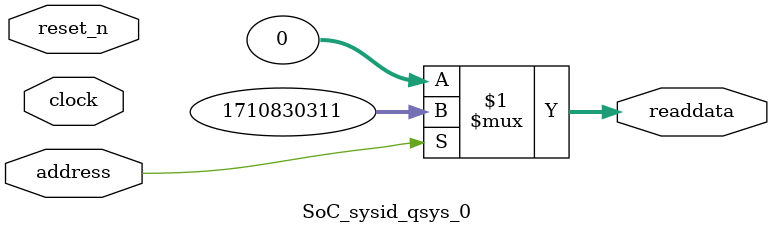
<source format=v>

`timescale 1ns / 1ps
// synthesis translate_on

// turn off superfluous verilog processor warnings 
// altera message_level Level1 
// altera message_off 10034 10035 10036 10037 10230 10240 10030 

module SoC_sysid_qsys_0 (
               // inputs:
                address,
                clock,
                reset_n,

               // outputs:
                readdata
             )
;

  output  [ 31: 0] readdata;
  input            address;
  input            clock;
  input            reset_n;

  wire    [ 31: 0] readdata;
  //control_slave, which is an e_avalon_slave
  assign readdata = address ? 1710830311 : 0;

endmodule




</source>
